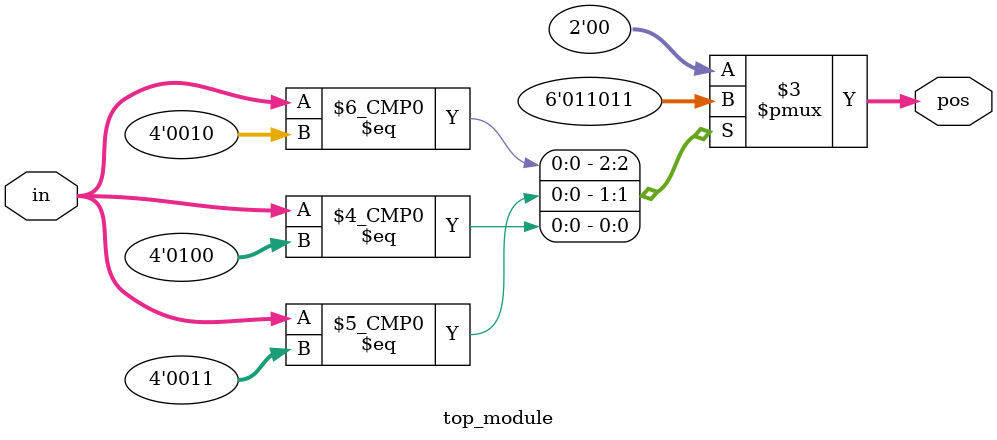
<source format=sv>
module top_module (
	input [3:0] in,
	output reg [1:0] pos
);

	always @(*)
	begin
		case(in)
			4'b0001: pos = 2'b00;
			4'b0010: pos = 2'b01;
			4'b0011: pos = 2'b10;
			4'b0100: pos = 2'b11;
			default: pos = 2'b00;
		endcase
	end
	
endmodule

</source>
